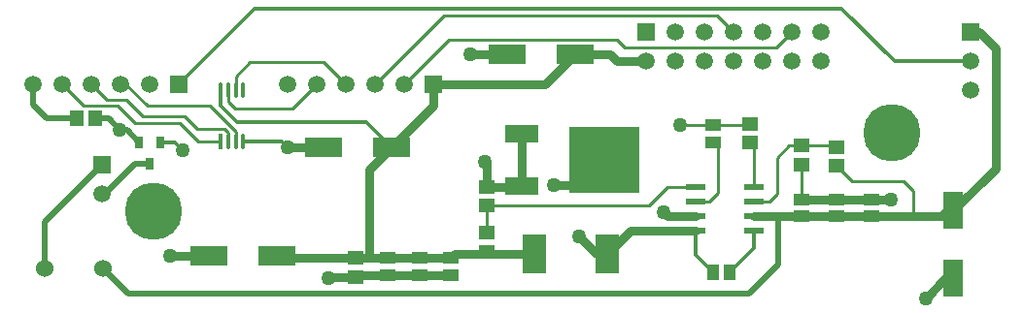
<source format=gtl>
G04*
G04 #@! TF.GenerationSoftware,Altium Limited,Altium Designer,18.0.9 (584)*
G04*
G04 Layer_Physical_Order=1*
G04 Layer_Color=255*
%FSLAX25Y25*%
%MOIN*%
G70*
G01*
G75*
%ADD10C,0.01000*%
%ADD15R,0.13000X0.07000*%
%ADD16R,0.07000X0.02100*%
%ADD19R,0.07000X0.13000*%
%ADD34R,0.07953X0.13500*%
%ADD35R,0.04331X0.05512*%
%ADD36R,0.05315X0.04528*%
%ADD37R,0.04528X0.05315*%
%ADD38R,0.05512X0.04331*%
%ADD39R,0.11811X0.06299*%
%ADD40R,0.24410X0.22835*%
%ADD41O,0.01339X0.05512*%
%ADD42R,0.01339X0.05512*%
%ADD43R,0.03150X0.04370*%
%ADD44C,0.02000*%
%ADD45C,0.01200*%
%ADD46C,0.03000*%
%ADD47C,0.19685*%
%ADD48R,0.05906X0.05906*%
%ADD49C,0.05906*%
%ADD50C,0.06000*%
%ADD51R,0.05906X0.05906*%
%ADD52C,0.05000*%
D10*
X427165Y159843D02*
X430315Y156693D01*
X409350Y159843D02*
X427165D01*
X403937Y165256D02*
X409350Y159843D01*
X189084Y185827D02*
X198031Y176879D01*
Y173622D02*
Y176879D01*
X194204Y177878D02*
X195472Y176610D01*
Y173622D02*
Y176610D01*
X217480Y185039D02*
X225748Y193307D01*
X197638Y185039D02*
X217480D01*
X195472Y187205D02*
X197638Y185039D01*
X195472Y187205D02*
Y191339D01*
X228268Y200787D02*
X235748Y193307D01*
X202756Y200787D02*
X228268D01*
X198031Y196063D02*
X202756Y200787D01*
X198031Y191339D02*
Y196063D01*
X363071Y216929D02*
X368819Y211181D01*
X269370Y216929D02*
X363071D01*
X245748Y193307D02*
X269370Y216929D01*
X255748Y193307D02*
X270984Y208543D01*
X328858D01*
X331496Y205906D02*
X383543D01*
X328858Y208543D02*
X331496Y205906D01*
X383543D02*
X388819Y211181D01*
X350394Y179134D02*
X350590Y179331D01*
X361811D01*
X374114D02*
X374410Y179626D01*
X361811Y179331D02*
X374114D01*
X361811Y173425D02*
X363386Y171850D01*
Y155905D02*
Y171850D01*
X360374Y152894D02*
X363386Y155905D01*
X355648Y152894D02*
X360374D01*
X374410Y173130D02*
X375848Y171691D01*
Y157894D02*
Y171691D01*
X392126Y153740D02*
X392126Y153740D01*
X392126Y153740D02*
Y165650D01*
X403543Y172146D02*
X403937Y171752D01*
X392126Y172146D02*
X403543D01*
X387894D02*
X392126D01*
X383858Y168110D02*
X387894Y172146D01*
X383858Y155512D02*
Y168110D01*
X381240Y152894D02*
X383858Y155512D01*
X375848Y152894D02*
X381240D01*
X430315Y147835D02*
Y156693D01*
X346083Y157894D02*
X355648D01*
X339665Y151476D02*
X346083Y157894D01*
X284252Y151476D02*
X339665D01*
X284252Y142224D02*
Y151476D01*
X167717Y185827D02*
X189084D01*
X160236Y193307D02*
X167717Y185827D01*
X158425Y193307D02*
X160236D01*
X166142Y182283D02*
X180315D01*
X160598Y187827D02*
X166142Y182283D01*
X153905Y187827D02*
X160598D01*
X163386Y179921D02*
X178740D01*
X157480Y185827D02*
X163386Y179921D01*
X145905Y185827D02*
X157480D01*
X184721Y177878D02*
X194204D01*
X180315Y182283D02*
X184721Y177878D01*
X148425Y193307D02*
X153905Y187827D01*
X185039Y173622D02*
X192913D01*
X178740Y179921D02*
X185039Y173622D01*
X138425Y193307D02*
X145905Y185827D01*
D15*
X188744Y134252D02*
D03*
X212044D02*
D03*
X228114Y171653D02*
D03*
X251414D02*
D03*
X314406Y203543D02*
D03*
X291106D02*
D03*
D16*
X355648Y142894D02*
D03*
Y147894D02*
D03*
Y152894D02*
D03*
Y157894D02*
D03*
X375848D02*
D03*
Y152894D02*
D03*
Y147894D02*
D03*
Y142894D02*
D03*
D19*
X444095Y126539D02*
D03*
Y149839D02*
D03*
D34*
X325591Y135039D02*
D03*
X300394D02*
D03*
D35*
X361614Y128740D02*
D03*
X367520D02*
D03*
D36*
X392126Y172146D02*
D03*
Y165650D02*
D03*
X403937Y165256D02*
D03*
Y171752D02*
D03*
X374410Y179626D02*
D03*
Y173130D02*
D03*
X284252Y157973D02*
D03*
Y151476D02*
D03*
Y142224D02*
D03*
Y135728D02*
D03*
X238976Y127067D02*
D03*
Y133563D02*
D03*
D37*
X149803Y181496D02*
D03*
X143307D02*
D03*
D38*
X416142Y147835D02*
D03*
Y153740D02*
D03*
X392126Y147835D02*
D03*
Y153740D02*
D03*
X361811Y173425D02*
D03*
Y179331D02*
D03*
X261024Y133661D02*
D03*
Y127756D02*
D03*
X271654Y133661D02*
D03*
Y127756D02*
D03*
X250000Y133661D02*
D03*
Y127756D02*
D03*
X403937Y147835D02*
D03*
Y153740D02*
D03*
D39*
X296063Y176339D02*
D03*
Y158307D02*
D03*
D40*
X324410Y167323D02*
D03*
D41*
X200591Y191339D02*
D03*
X198031D02*
D03*
X195472D02*
D03*
X192913D02*
D03*
X200591Y173622D02*
D03*
X198031D02*
D03*
X195472D02*
D03*
D42*
X192913D02*
D03*
D43*
X164764Y173406D02*
D03*
X172244D02*
D03*
X168504Y165965D02*
D03*
D44*
X163602D02*
X168504D01*
X153150Y155512D02*
X163602Y165965D01*
X151969Y155512D02*
X153150D01*
X384017Y131261D02*
Y147835D01*
X374173Y121417D02*
X384017Y131261D01*
X161024Y121417D02*
X374173D01*
X152520Y129921D02*
X161024Y121417D01*
X160610Y177559D02*
X164764Y173406D01*
X158268Y177559D02*
X160610D01*
X154331Y181496D02*
X158268Y177559D01*
X149803Y181496D02*
X154331D01*
X133071D02*
X143307D01*
X128425Y186142D02*
X133071Y181496D01*
X128425Y186142D02*
Y193307D01*
X132520Y146063D02*
X151969Y165512D01*
X132520Y129921D02*
Y146063D01*
D45*
X176988Y173406D02*
X179921Y170473D01*
X172244Y173406D02*
X176988D01*
X424016Y201181D02*
X450000D01*
X405905Y219291D02*
X424016Y201181D01*
X204410Y219291D02*
X405905D01*
X178425Y193307D02*
X204410Y219291D01*
X192913Y185827D02*
Y191339D01*
Y185827D02*
X198425Y180315D01*
X242752D01*
X251414Y171653D01*
X213779Y173622D02*
X215748Y171653D01*
X200591Y173622D02*
X213779D01*
X226145D02*
X228114Y171653D01*
X375848Y137068D02*
Y142894D01*
X367520Y128740D02*
X375848Y137068D01*
X355648Y134706D02*
X361614Y128740D01*
X355648Y134706D02*
Y142894D01*
D46*
X315748Y158661D02*
X324410Y167323D01*
X307087Y158661D02*
X315748D01*
X321654Y135039D02*
X325591D01*
X315748Y140945D02*
X321654Y135039D01*
X273031D02*
X300394D01*
X215748Y171653D02*
X228114D01*
X441500Y126539D02*
X444095D01*
X434646Y119685D02*
X441500Y126539D01*
X384017Y147835D02*
X392126D01*
X375907D02*
X384017D01*
X304170Y193307D02*
X314406Y203543D01*
X265748Y193307D02*
X304170D01*
X243701Y133661D02*
X250000D01*
X239075D02*
X243701D01*
Y163941D02*
X251414Y171653D01*
X243701Y133661D02*
Y163941D01*
X212044Y134252D02*
X212733Y133563D01*
X238976D01*
X175591Y134252D02*
X188744D01*
X283465Y166535D02*
X284252Y165748D01*
Y157973D02*
Y165748D01*
X278346Y203543D02*
X291106D01*
X328740Y201181D02*
X338819D01*
X326378Y203543D02*
X328740Y201181D01*
X314406Y203543D02*
X326378D01*
X251414Y171653D02*
X265748Y185988D01*
Y193307D01*
X294862Y177539D02*
X296063Y176339D01*
X430315Y147835D02*
X439961D01*
X416142D02*
X430315D01*
X422638Y153740D02*
X422835Y153543D01*
X416142Y153740D02*
X422638D01*
X229921Y126772D02*
X230217Y127067D01*
X238976D01*
X344882Y149213D02*
X346201Y147894D01*
X355648D01*
X295728Y157973D02*
X296063Y158307D01*
X284252Y157973D02*
X295728D01*
X296063Y158307D02*
Y176339D01*
X238976Y127067D02*
X239665Y127756D01*
X250000D01*
X261024D01*
X271654D01*
X238976Y133563D02*
X239075Y133661D01*
X250000D02*
X261024D01*
X271654D01*
X273031Y135039D01*
X403937Y153740D02*
X416142D01*
X392126D02*
X403937D01*
X325591Y135039D02*
X333445Y142894D01*
X355648D01*
X375848Y147894D02*
X375907Y147835D01*
X392126D02*
X403937D01*
X416142D01*
X439961D02*
X441965Y149839D01*
X444095D01*
X458661Y164406D01*
Y205512D01*
X452992Y211181D02*
X458661Y205512D01*
X450000Y211181D02*
X452992D01*
D47*
X423228Y176772D02*
D03*
X169685Y149606D02*
D03*
D48*
X338819Y211181D02*
D03*
X265748Y193307D02*
D03*
X178425D02*
D03*
D49*
X338819Y201181D02*
D03*
X348819Y211181D02*
D03*
Y201181D02*
D03*
X358819Y211181D02*
D03*
Y201181D02*
D03*
X368819Y211181D02*
D03*
Y201181D02*
D03*
X378819Y211181D02*
D03*
Y201181D02*
D03*
X388819Y211181D02*
D03*
Y201181D02*
D03*
X398819Y211181D02*
D03*
Y201181D02*
D03*
X450000D02*
D03*
Y191181D02*
D03*
X215748Y193307D02*
D03*
X225748D02*
D03*
X235748D02*
D03*
X245748D02*
D03*
X255748D02*
D03*
X128425D02*
D03*
X138425D02*
D03*
X148425D02*
D03*
X158425D02*
D03*
X168425D02*
D03*
X151969Y155512D02*
D03*
D50*
X152520Y129921D02*
D03*
X132520D02*
D03*
D51*
X450000Y211181D02*
D03*
X151969Y165512D02*
D03*
D52*
X179921Y170473D02*
D03*
X315748Y140945D02*
D03*
X307087Y158661D02*
D03*
X215748Y171653D02*
D03*
X434646Y119685D02*
D03*
X350394Y179134D02*
D03*
X175591Y134252D02*
D03*
X278346Y203543D02*
D03*
X283465Y166535D02*
D03*
X422835Y153543D02*
D03*
X229921Y126772D02*
D03*
X344882Y149213D02*
D03*
X158268Y177559D02*
D03*
M02*

</source>
